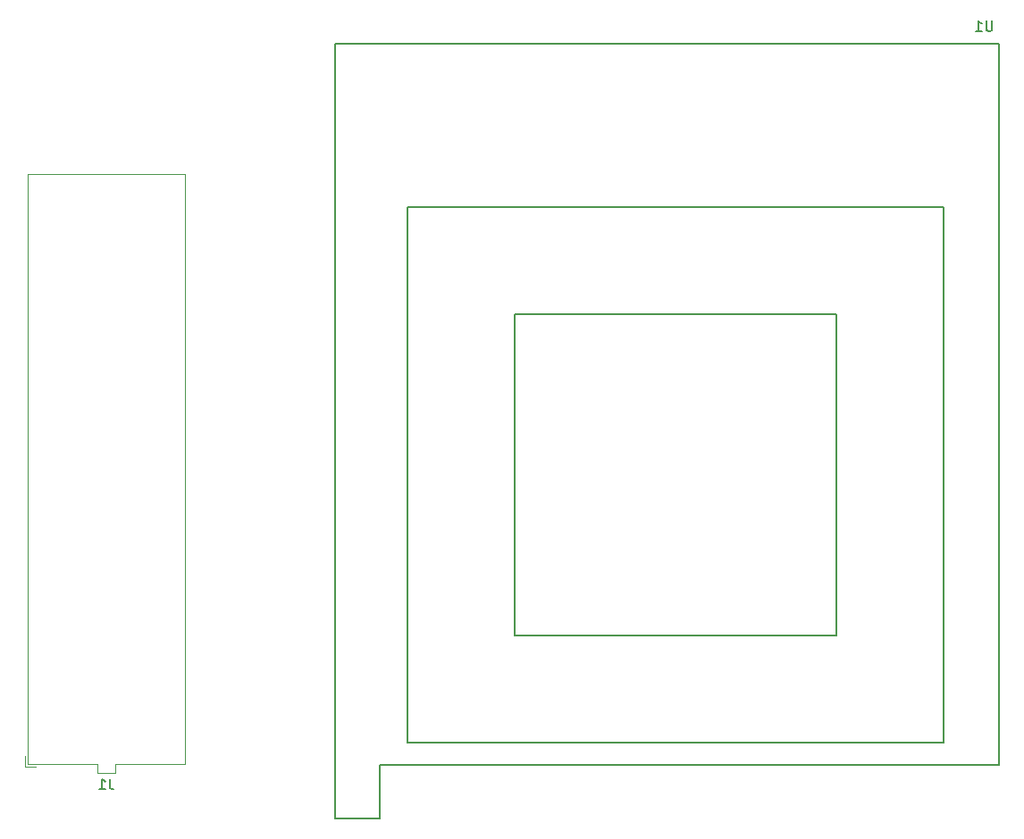
<source format=gbr>
G04 #@! TF.GenerationSoftware,KiCad,Pcbnew,(6.0.9-0)*
G04 #@! TF.CreationDate,2023-01-13T15:28:51-08:00*
G04 #@! TF.ProjectId,ember-pcb,656d6265-722d-4706-9362-2e6b69636164,rev?*
G04 #@! TF.SameCoordinates,Original*
G04 #@! TF.FileFunction,Legend,Bot*
G04 #@! TF.FilePolarity,Positive*
%FSLAX46Y46*%
G04 Gerber Fmt 4.6, Leading zero omitted, Abs format (unit mm)*
G04 Created by KiCad (PCBNEW (6.0.9-0)) date 2023-01-13 15:28:51*
%MOMM*%
%LPD*%
G01*
G04 APERTURE LIST*
%ADD10C,0.150000*%
%ADD11C,0.127000*%
%ADD12C,0.120000*%
G04 APERTURE END LIST*
D10*
X110520000Y-119590000D02*
X161320000Y-119590000D01*
X161320000Y-119590000D02*
X161320000Y-68790000D01*
X161320000Y-68790000D02*
X110520000Y-68790000D01*
X110520000Y-68790000D02*
X110520000Y-119590000D01*
X120680000Y-109430000D02*
X151160000Y-109430000D01*
X151160000Y-109430000D02*
X151160000Y-78950000D01*
X151160000Y-78950000D02*
X120680000Y-78950000D01*
X120680000Y-78950000D02*
X120680000Y-109430000D01*
G04 #@! TO.C,U1*
X165891904Y-51097380D02*
X165891904Y-51906904D01*
X165844285Y-52002142D01*
X165796666Y-52049761D01*
X165701428Y-52097380D01*
X165510952Y-52097380D01*
X165415714Y-52049761D01*
X165368095Y-52002142D01*
X165320476Y-51906904D01*
X165320476Y-51097380D01*
X164320476Y-52097380D02*
X164891904Y-52097380D01*
X164606190Y-52097380D02*
X164606190Y-51097380D01*
X164701428Y-51240238D01*
X164796666Y-51335476D01*
X164891904Y-51383095D01*
G04 #@! TO.C,J1*
X82278333Y-123027380D02*
X82278333Y-123741666D01*
X82325952Y-123884523D01*
X82421190Y-123979761D01*
X82564047Y-124027380D01*
X82659285Y-124027380D01*
X81278333Y-124027380D02*
X81849761Y-124027380D01*
X81564047Y-124027380D02*
X81564047Y-123027380D01*
X81659285Y-123170238D01*
X81754523Y-123265476D01*
X81849761Y-123313095D01*
D11*
G04 #@! TO.C,U1*
X103660000Y-53270000D02*
X103660000Y-126780000D01*
X107860000Y-126780000D02*
X107860000Y-121700000D01*
X103660000Y-126780000D02*
X107860000Y-126780000D01*
X166530000Y-121700000D02*
X166530000Y-53270000D01*
X166530000Y-53270000D02*
X103660000Y-53270000D01*
X107860000Y-121700000D02*
X166530000Y-121700000D01*
D12*
G04 #@! TO.C,J1*
X82815000Y-121625000D02*
X82815000Y-122515000D01*
X89395000Y-65625000D02*
X89395000Y-121625000D01*
X82815000Y-122515000D02*
X81075000Y-122515000D01*
X81075000Y-121625000D02*
X74495000Y-121625000D01*
X74245000Y-121855000D02*
X75245000Y-121855000D01*
X74245000Y-120855000D02*
X74245000Y-121855000D01*
X81075000Y-122515000D02*
X81075000Y-121625000D01*
X74495000Y-65625000D02*
X89395000Y-65625000D01*
X74495000Y-121625000D02*
X74495000Y-65625000D01*
X89395000Y-121625000D02*
X82815000Y-121625000D01*
G04 #@! TD*
M02*

</source>
